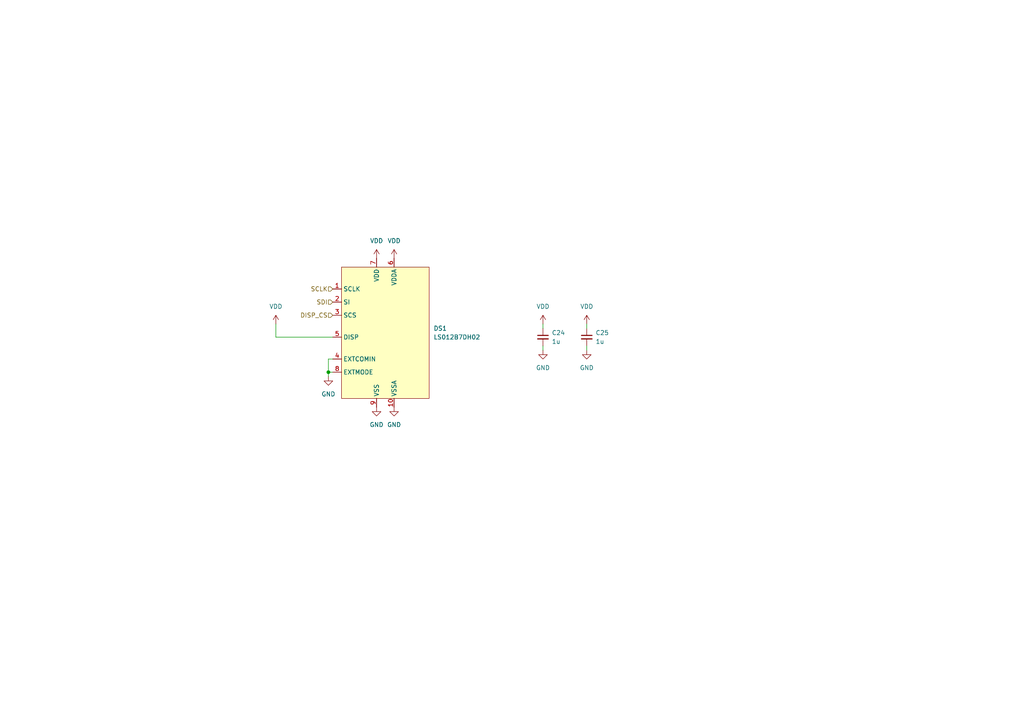
<source format=kicad_sch>
(kicad_sch (version 20230121) (generator eeschema)
  (paper "A4")
  (lib_symbols
    (symbol "Device:C_Small" (pin_numbers hide) (pin_names (offset 0.254) hide)
      (property "Reference" "C" (at 0.254 1.778 0))
      (property "Value" "C_Small" (at 0.254 -2.032 0))
      (symbol "C_Small_0_1"
        (polyline (pts (xy -1.524 -0.508) (xy 1.524 -0.508)) (stroke (width 0.3302)))
        (polyline (pts (xy -1.524 0.508) (xy 1.524 0.508)) (stroke (width 0.3048)))
      )
      (symbol "C_Small_1_1"
        (pin passive line (at 0 2.54 270) (length 2.032) (name "~") (number "1"))
        (pin passive line (at 0 -2.54 90) (length 2.032) (name "~") (number "2"))
      )
    )
    (symbol "power:GND" (power) (pin_names (offset 0))
      (property "Value" "GND" (at 0 -3.81 0))
      (symbol "GND_0_1"
        (polyline (pts (xy 0 0) (xy 0 -1.27) (xy 1.27 -1.27) (xy 0 -2.54) (xy -1.27 -1.27) (xy 0 -1.27)))
      )
      (symbol "GND_1_1"
        (pin power_in line (at 0 0 270) (length 0) hide (name "GND") (number "1"))
      )
    )
    (symbol "power:VDD" (power) (pin_names (offset 0))
      (property "Value" "VDD" (at 0 3.81 0))
      (symbol "VDD_0_1"
        (polyline (pts (xy -0.762 1.27) (xy 0 2.54)))
        (polyline (pts (xy 0 0) (xy 0 2.54)))
        (polyline (pts (xy 0 2.54) (xy 0.762 1.27)))
      )
      (symbol "VDD_1_1"
        (pin power_in line (at 0 0 90) (length 0) hide (name "VDD") (number "1"))
      )
    )
    (symbol "watch:LS012B7DH02"
      (property "Reference" "DS" (at -11.43 20.32 0))
      (property "Value" "LS012B7DH02" (at 12.7 -24.13 0))
      (symbol "LS012B7DH02_0_1"
        (rectangle (start -12.7 19.05) (end 12.7 -19.05) (fill (type background)))
      )
      (symbol "LS012B7DH02_1_1"
        (pin input line (at -15.24 12.7 0) (length 2.54) (name "SCLK") (number "1"))
        (pin input line (at 2.54 -21.59 90) (length 2.54) (name "VSSA") (number "10"))
        (pin input line (at -15.24 8.89 0) (length 2.54) (name "SI") (number "2"))
        (pin input line (at -15.24 5.08 0) (length 2.54) (name "SCS") (number "3"))
        (pin input line (at -15.24 -7.62 0) (length 2.54) (name "EXTCOMIN") (number "4"))
        (pin input line (at -15.24 -1.27 0) (length 2.54) (name "DISP") (number "5"))
        (pin input line (at 2.54 21.59 270) (length 2.54) (name "VDDA") (number "6"))
        (pin input line (at -2.54 21.59 270) (length 2.54) (name "VDD") (number "7"))
        (pin input line (at -15.24 -11.43 0) (length 2.54) (name "EXTMODE") (number "8"))
        (pin input line (at -2.54 -21.59 90) (length 2.54) (name "VSS") (number "9"))
      )
    )
  )
  (junction (at 95.25 107.95))
  (wire (pts (xy 95.25 109.22) (xy 95.25 107.95)))
  (wire (pts (xy 95.25 104.14) (xy 95.25 107.95)))
  (wire (pts (xy 170.18 100.33) (xy 170.18 101.6)))
  (wire (pts (xy 96.52 104.14) (xy 95.25 104.14)))
  (wire (pts (xy 170.18 93.98) (xy 170.18 95.25)))
  (wire (pts (xy 95.25 107.95) (xy 96.52 107.95)))
  (wire (pts (xy 157.48 100.33) (xy 157.48 101.6)))
  (wire (pts (xy 157.48 93.98) (xy 157.48 95.25)))
  (wire (pts (xy 96.52 97.79) (xy 80.01 97.79)))
  (wire (pts (xy 80.01 93.98) (xy 80.01 97.79)))
  (hierarchical_label "SCLK" (shape input) (at 96.52 83.82 180))
  (hierarchical_label "SDI" (shape input) (at 96.52 87.63 180))
  (hierarchical_label "DISP_CS" (shape input) (at 96.52 91.44 180))
  (symbol (lib_id "power:GND") (at 114.3 118.11 0) (unit 1)
    (property "Reference" "#PWR064" (effects hide))
    (property "Value" "GND" (at 114.3 123.19 0))
  )
  (symbol (lib_id "power:GND") (at 170.18 101.6 0) (unit 1)
    (property "Reference" "#PWR061" (effects hide))
    (property "Value" "GND" (at 170.18 106.68 0))
  )
  (symbol (lib_id "power:GND") (at 95.25 109.22 0) (unit 1)
    (property "Reference" "#PWR04" (effects hide))
    (property "Value" "GND" (at 95.25 114.3 0))
  )
  (symbol (lib_id "power:VDD") (at 157.48 93.98 0) (unit 1)
    (property "Reference" "#PWR058" (effects hide))
    (property "Value" "VDD" (at 157.48 88.9 0))
  )
  (symbol (lib_id "power:VDD") (at 114.3 74.93 0) (unit 1)
    (property "Reference" "#PWR056" (effects hide))
    (property "Value" "VDD" (at 114.3 69.85 0))
  )
  (symbol (lib_id "watch:LS012B7DH02") (at 111.76 96.52 0) (unit 1)
    (property "Reference" "DS1" (at 125.73 95.2499 0) (effects (justify left)))
    (property "Value" "LS012B7DH02" (at 125.73 97.7899 0) (effects (justify left)))
    (property "Footprint" "watch:AYF531035A" (effects hide))
    (property "Datasheet" "https://www.sharpsde.com/fileadmin/products/Displays/Specs/LS012B7DH02_23Jun15_Spec_LD-27606A.pdf" (effects hide))
  )
  (symbol (lib_id "power:VDD") (at 170.18 93.98 0) (unit 1)
    (property "Reference" "#PWR059" (effects hide))
    (property "Value" "VDD" (at 170.18 88.9 0))
  )
  (symbol (lib_id "power:VDD") (at 109.22 74.93 0) (unit 1)
    (property "Reference" "#PWR055" (effects hide))
    (property "Value" "VDD" (at 109.22 69.85 0))
  )
  (symbol (lib_id "Device:C_Small") (at 157.48 97.79 0) (unit 1)
    (property "Reference" "C24" (at 160.02 96.5262 0) (effects (justify left)))
    (property "Value" "1u" (at 160.02 99.0662 0) (effects (justify left)))
    (property "Footprint" "Capacitor_SMD:C_0402_1005Metric_Pad0.74x0.62mm_HandSolder" (effects hide))
  )
  (symbol (lib_id "power:GND") (at 157.48 101.6 0) (unit 1)
    (property "Reference" "#PWR060" (effects hide))
    (property "Value" "GND" (at 157.48 106.68 0))
  )
  (symbol (lib_id "Device:C_Small") (at 170.18 97.79 0) (unit 1)
    (property "Reference" "C25" (at 172.72 96.5262 0) (effects (justify left)))
    (property "Value" "1u" (at 172.72 99.0662 0) (effects (justify left)))
    (property "Footprint" "Capacitor_SMD:C_0402_1005Metric_Pad0.74x0.62mm_HandSolder" (effects hide))
  )
  (symbol (lib_id "power:GND") (at 109.22 118.11 0) (unit 1)
    (property "Reference" "#PWR063" (effects hide))
    (property "Value" "GND" (at 109.22 123.19 0))
  )
  (symbol (lib_id "power:VDD") (at 80.01 93.98 0) (unit 1)
    (property "Reference" "#PWR057" (effects hide))
    (property "Value" "VDD" (at 80.01 88.9 0))
  )
)
</source>
